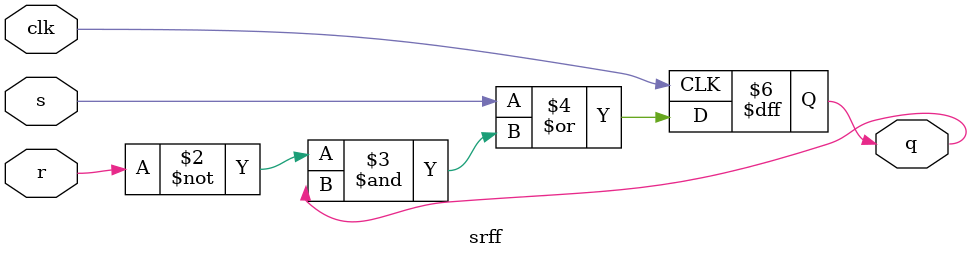
<source format=v>
module srff (input s,r,clk,output q);
    
    reg q=0;
    always @(posedge clk ) begin
        q <= s | (~r)&q;
    end

endmodule
</source>
